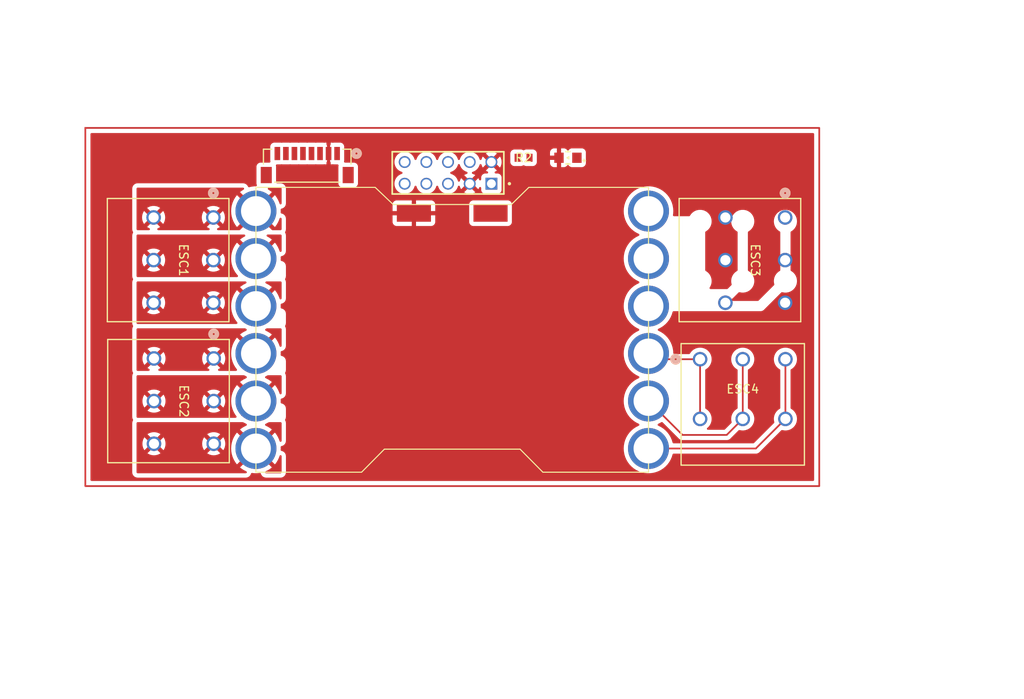
<source format=kicad_pcb>
(kicad_pcb (version 20240108) (generator "pcbnew") (generator_version "8.0")
  (layers (0 "F.Cu" signal) (31 "B.Cu" signal) (34 "B.Paste" user) (35 "F.Paste" user) (36 "B.SilkS" user "B.Silkscreen") (37 "F.SilkS" user "F.Silkscreen") (38 "B.Mask" user) (39 "F.Mask" user) (44 "Edge.Cuts" user))
  (net 0 "")
  (net 1 "ESC1B")
  (net 2 "ESC1A")
  (net 3 "ESC1C")
  (net 4 "ESC2A")
  (net 5 "ESC2C")
  (net 6 "ESC2B")
  (net 7 "ESC3A")
  (net 8 "ESC3B")
  (net 9 "ESC3C")
  (net 10 "ESC4A")
  (net 11 "+12V")
  (net 12 "GND")
  (net 13 "ESC4C")
  (net 14 "ESC4B")
  (net 15 "MTR_3")
  (net 18 "MTR_2")
  (net 19 "MTR_1")
  (net 21 "MTR_4")
  (net 22 "Net-(D1-Pad2)")
  (footprint "footprints:STA_RMCF0603_STP" (layer "F.Cu") (at 166.3515 80.5)
    (property "Reference" "R2" (at 0 0 0) (layer "F.SilkS"))
    (property "Value" "470 Ω")
    (pad "1" smd rect (at -0.6985 0) (size 0.7112 0.9398) (layers "F.Cu" "F.Paste" "F.Mask") (net 11 "+12V"))
    (pad "2" smd rect (at 0.6985 0) (size 0.7112 0.9398) (layers "F.Cu" "F.Paste" "F.Mask") (net 22 "Net-(D1-Pad2)"))
    (zone (net 0) (net_name "") (layer "F.Cu") (connect_pads (clearance 0)) (min_thickness 0.254)
      (keepout (tracks not_allowed) (vias not_allowed) (pads allowed) (copperpour not_allowed) (footprints allowed))
      (fill (thermal_gap 0.508) (thermal_bridge_width 0.508))
      (polygon (pts (xy 166.0594 80.0809) (xy 166.6436 80.0809) (xy 166.6436 80.9191) (xy 166.0594 80.9191)))
    )
  )
  (footprint "KiCADv6:CONN3_1824750000_WED" (layer "F.Cu") (at 130.042801 104.0334 -90)
    (property "Reference" "ESC2" (at 5 3.500001 -90) (layer "F.SilkS"))
    (property "Value" "1824750000" (hide yes))
    (fp_circle (center -2.8613 0) (end -2.4803 0) (stroke (width 0.508)) (fill none) (layer "B.SilkS"))
    (fp_line (start -2.2263 12.422401) (end 12.2263 12.422401) (stroke (width 0.1524)) (layer "F.SilkS"))
    (fp_line (start 12.2263 12.422401) (end 12.2263 -1.826999) (stroke (width 0.1524)) (layer "F.SilkS"))
    (fp_line (start -2.2263 -1.826999) (end -2.2263 12.422401) (stroke (width 0.1524)) (layer "F.SilkS"))
    (fp_line (start 12.2263 -1.826999) (end -2.2263 -1.826999) (stroke (width 0.1524)) (layer "F.SilkS"))
    (fp_circle (center -2.8613 0) (end -2.4803 0) (stroke (width 0.508)) (fill none) (layer "F.SilkS"))
    (pad "1" thru_hole circle (at 0 0 270) (size 1.7018 1.7018) (drill 1.1938) (layers "*.Cu" "*.Mask") (net 4 "ESC2A"))
    (pad "2" thru_hole circle (at 0 7.000001 270) (size 1.7018 1.7018) (drill 1.1938) (layers "*.Cu" "*.Mask") (net 4 "ESC2A"))
    (pad "3" thru_hole circle (at 5 0 270) (size 1.7018 1.7018) (drill 1.1938) (layers "*.Cu" "*.Mask") (net 6 "ESC2B"))
    (pad "4" thru_hole circle (at 5 7.000001 270) (size 1.7018 1.7018) (drill 1.1938) (layers "*.Cu" "*.Mask") (net 6 "ESC2B"))
    (pad "5" thru_hole circle (at 10 0 270) (size 1.7018 1.7018) (drill 1.1938) (layers "*.Cu" "*.Mask") (net 5 "ESC2C"))
    (pad "6" thru_hole circle (at 10 7.000001 270) (size 1.7018 1.7018) (drill 1.1938) (layers "*.Cu" "*.Mask") (net 5 "ESC2C"))
  )
  (footprint "KiCADv6:CONN3_1824750000_WED" (layer "F.Cu") (at 130.000001 87.5 -90)
    (property "Reference" "ESC1" (at 5 3.500001 -90) (layer "F.SilkS"))
    (property "Value" "1824750000" (hide yes))
    (fp_circle (center -2.8613 0) (end -2.4803 0) (stroke (width 0.508)) (fill none) (layer "B.SilkS"))
    (fp_line (start -2.2263 12.422401) (end 12.2263 12.422401) (stroke (width 0.1524)) (layer "F.SilkS"))
    (fp_line (start 12.2263 12.422401) (end 12.2263 -1.826999) (stroke (width 0.1524)) (layer "F.SilkS"))
    (fp_line (start -2.2263 -1.826999) (end -2.2263 12.422401) (stroke (width 0.1524)) (layer "F.SilkS"))
    (fp_line (start 12.2263 -1.826999) (end -2.2263 -1.826999) (stroke (width 0.1524)) (layer "F.SilkS"))
    (fp_circle (center -2.8613 0) (end -2.4803 0) (stroke (width 0.508)) (fill none) (layer "F.SilkS"))
    (pad "1" thru_hole circle (at 0 0 270) (size 1.7018 1.7018) (drill 1.1938) (layers "*.Cu" "*.Mask") (net 2 "ESC1A"))
    (pad "2" thru_hole circle (at 0 7.000001 270) (size 1.7018 1.7018) (drill 1.1938) (layers "*.Cu" "*.Mask") (net 2 "ESC1A"))
    (pad "3" thru_hole circle (at 5 0 270) (size 1.7018 1.7018) (drill 1.1938) (layers "*.Cu" "*.Mask") (net 1 "ESC1B"))
    (pad "4" thru_hole circle (at 5 7.000001 270) (size 1.7018 1.7018) (drill 1.1938) (layers "*.Cu" "*.Mask") (net 1 "ESC1B"))
    (pad "5" thru_hole circle (at 10 0 270) (size 1.7018 1.7018) (drill 1.1938) (layers "*.Cu" "*.Mask") (net 3 "ESC1C"))
    (pad "6" thru_hole circle (at 10 7.000001 270) (size 1.7018 1.7018) (drill 1.1938) (layers "*.Cu" "*.Mask") (net 3 "ESC1C"))
  )
  (footprint "IPS1-105-01-L-D:SAMTEC_IPS1-105-01-L-D" (layer "F.Cu") (at 157.5 82.27)
    (property "Reference" "J2" (hide yes))
    (property "Value" "Power In/Out")
    (fp_line (start -6.54 2.475) (end -6.54 -2.475) (stroke (width 0.2)) (layer "F.SilkS"))
    (fp_line (start 6.54 -2.475) (end -6.54 -2.475) (stroke (width 0.2)) (layer "F.SilkS"))
    (fp_line (start 6.54 -2.475) (end 6.54 2.475) (stroke (width 0.2)) (layer "F.SilkS"))
    (fp_line (start 6.54 2.475) (end -6.54 2.475) (stroke (width 0.2)) (layer "F.SilkS"))
    (fp_circle (center 7.19 1.27) (end 7.29 1.27) (stroke (width 0.2)) (fill none) (layer "F.SilkS"))
    (pad "01" thru_hole rect (at 5.08 1.27) (size 1.39 1.39) (drill 1.04) (layers "*.Cu" "*.Mask") (net 11 "+12V"))
    (pad "02" thru_hole circle (at 5.08 -1.27) (size 1.39 1.39) (drill 1.04) (layers "*.Cu" "*.Mask") (net 12 "GND"))
    (pad "03" thru_hole circle (at 2.54 1.27) (size 1.39 1.39) (drill 1.04) (layers "*.Cu" "*.Mask") (net 12 "GND"))
    (pad "04" thru_hole circle (at 2.54 -1.27) (size 1.39 1.39) (drill 1.04) (layers "*.Cu" "*.Mask") (net 19 "MTR_1"))
    (pad "05" thru_hole circle (at 0 1.27) (size 1.39 1.39) (drill 1.04) (layers "*.Cu" "*.Mask"))
    (pad "06" thru_hole circle (at 0 -1.27) (size 1.39 1.39) (drill 1.04) (layers "*.Cu" "*.Mask") (net 18 "MTR_2"))
    (pad "07" thru_hole circle (at -2.54 1.27) (size 1.39 1.39) (drill 1.04) (layers "*.Cu" "*.Mask"))
    (pad "08" thru_hole circle (at -2.54 -1.27) (size 1.39 1.39) (drill 1.04) (layers "*.Cu" "*.Mask") (net 15 "MTR_3"))
    (pad "09" thru_hole circle (at -5.08 1.27) (size 1.39 1.39) (drill 1.04) (layers "*.Cu" "*.Mask"))
    (pad "10" thru_hole circle (at -5.08 -1.27) (size 1.39 1.39) (drill 1.04) (layers "*.Cu" "*.Mask") (net 21 "MTR_4"))
  )
  (footprint "LUMENIER:LUMENIER" (layer "F.Cu") (at 134.99 117.37)
    (property "Reference" "ESC5" (hide yes))
    (property "Value" "LUMENIER")
    (fp_line (start 0 -33.4) (end 0 0) (stroke (width 0.127)) (layer "F.SilkS"))
    (fp_line (start 0 -33.4) (end 13.97 -33.4) (stroke (width 0.127)) (layer "F.SilkS"))
    (fp_line (start 0 0) (end 12.38 0) (stroke (width 0.127)) (layer "F.SilkS"))
    (fp_line (start 12.38 0) (end 15.05 -2.7) (stroke (width 0.127)) (layer "F.SilkS"))
    (fp_line (start 13.97 -33.4) (end 16.08 -31.39) (stroke (width 0.127)) (layer "F.SilkS"))
    (fp_line (start 15.05 -2.7) (end 16.51 -2.7) (stroke (width 0.127)) (layer "F.SilkS"))
    (fp_line (start 16.08 -31.39) (end 16.77 -31.39) (stroke (width 0.127)) (layer "F.SilkS"))
    (fp_line (start 16.51 -2.7) (end 27.94 -2.7) (stroke (width 0.127)) (layer "F.SilkS"))
    (fp_line (start 16.77 -31.39) (end 20.25 -31.39) (stroke (width 0.127)) (layer "F.SilkS"))
    (fp_line (start 20.25 -31.39) (end 29.93 -31.39) (stroke (width 0.127)) (layer "F.SilkS"))
    (fp_line (start 27.94 -2.7) (end 30.95 -2.7) (stroke (width 0.127)) (layer "F.SilkS"))
    (fp_line (start 29.93 -31.39) (end 31.98 -33.4) (stroke (width 0.127)) (layer "F.SilkS"))
    (fp_line (start 30.95 -2.7) (end 33.62 0) (stroke (width 0.127)) (layer "F.SilkS"))
    (fp_line (start 31.98 -33.4) (end 46 -33.4) (stroke (width 0.127)) (layer "F.SilkS"))
    (fp_line (start 33.62 0) (end 46 0) (stroke (width 0.127)) (layer "F.SilkS"))
    (fp_line (start 46 0) (end 46 -33.4) (stroke (width 0.127)) (layer "F.SilkS"))
    (pad "1" thru_hole circle (at 0 -30.62) (size 4.8 4.8) (drill 3.5) (layers "*.Cu" "*.Mask") (net 2 "ESC1A"))
    (pad "2" thru_hole circle (at 0 -25.05) (size 4.8 4.8) (drill 3.5) (layers "*.Cu" "*.Mask") (net 1 "ESC1B"))
    (pad "3" thru_hole circle (at 0 -19.48) (size 4.8 4.8) (drill 3.5) (layers "*.Cu" "*.Mask") (net 3 "ESC1C"))
    (pad "4" thru_hole circle (at 0 -13.92) (size 4.8 4.8) (drill 3.5) (layers "*.Cu" "*.Mask") (net 4 "ESC2A"))
    (pad "5" thru_hole circle (at 0 -8.35) (size 4.8 4.8) (drill 3.5) (layers "*.Cu" "*.Mask") (net 6 "ESC2B"))
    (pad "6" thru_hole circle (at 0 -2.78) (size 4.8 4.8) (drill 3.5) (layers "*.Cu" "*.Mask") (net 5 "ESC2C"))
    (pad "7" thru_hole circle (at 46 -2.78) (size 4.8 4.8) (drill 3.5) (layers "*.Cu" "*.Mask") (net 13 "ESC4C"))
    (pad "8" thru_hole circle (at 46 -8.35) (size 4.8 4.8) (drill 3.5) (layers "*.Cu" "*.Mask") (net 14 "ESC4B"))
    (pad "9" thru_hole circle (at 46 -13.92) (size 4.8 4.8) (drill 3.5) (layers "*.Cu" "*.Mask") (net 10 "ESC4A"))
    (pad "10" thru_hole circle (at 46 -19.48) (size 4.8 4.8) (drill 3.5) (layers "*.Cu" "*.Mask") (net 9 "ESC3C"))
    (pad "11" thru_hole circle (at 46 -25.05) (size 4.8 4.8) (drill 3.5) (layers "*.Cu" "*.Mask") (net 8 "ESC3B"))
    (pad "12" thru_hole circle (at 46 -30.62) (size 4.8 4.8) (drill 3.5) (layers "*.Cu" "*.Mask") (net 7 "ESC3A"))
    (pad "GND" smd rect (at 18.51 -30.37) (size 4 2) (layers "F.Cu" "F.Paste" "F.Mask") (net 12 "GND"))
    (pad "VIN" smd rect (at 27.49 -30.37) (size 4 2) (layers "F.Cu" "F.Paste" "F.Mask") (net 11 "+12V"))
  )
  (footprint "eye:CONN_BM08B-SRSS-TBLFSN_JST" (layer "F.Cu") (at 141 81.4284)
    (property "Reference" "BM08B-SRSS-TBLFSN1" (hide yes))
    (property "Value" "ESC Port")
    (fp_circle (center 5.7658 -1.4284) (end 6.1468 -1.4284) (stroke (width 0.508)) (fill none) (layer "B.SilkS"))
    (fp_line (start -5.1308 -1.9304) (end -5.1308 -0.188641) (stroke (width 0.1524)) (layer "F.SilkS"))
    (fp_line (start -4.162941 -1.9304) (end -5.1308 -1.9304) (stroke (width 0.1524)) (layer "F.SilkS"))
    (fp_line (start -3.819561 1.9304) (end 3.819561 1.9304) (stroke (width 0.1524)) (layer "F.SilkS"))
    (fp_line (start 5.1308 -1.9304) (end 4.162941 -1.9304) (stroke (width 0.1524)) (layer "F.SilkS"))
    (fp_line (start 5.1308 -0.188641) (end 5.1308 -1.9304) (stroke (width 0.1524)) (layer "F.SilkS"))
    (fp_circle (center 5.7658 -1.4284) (end 6.1468 -1.4284) (stroke (width 0.508)) (fill none) (layer "F.SilkS"))
    (pad "1" smd rect (at 3.500001 -1.4284) (size 0.6604 1.5494) (layers "F.Cu" "F.Paste" "F.Mask"))
    (pad "2" smd rect (at 2.5 -1.4284) (size 0.6604 1.5494) (layers "F.Cu" "F.Paste" "F.Mask") (net 12 "GND"))
    (pad "3" smd rect (at 1.5 -1.4284) (size 0.6604 1.5494) (layers "F.Cu" "F.Paste" "F.Mask"))
    (pad "4" smd rect (at 0.499999 -1.4284) (size 0.6604 1.5494) (layers "F.Cu" "F.Paste" "F.Mask"))
    (pad "5" smd rect (at -0.499999 -1.4284) (size 0.6604 1.5494) (layers "F.Cu" "F.Paste" "F.Mask") (net 19 "MTR_1"))
    (pad "6" smd rect (at -1.5 -1.4284) (size 0.6604 1.5494) (layers "F.Cu" "F.Paste" "F.Mask") (net 18 "MTR_2"))
    (pad "7" smd rect (at -2.5 -1.4284) (size 0.6604 1.5494) (layers "F.Cu" "F.Paste" "F.Mask") (net 15 "MTR_3"))
    (pad "8" smd rect (at -3.500001 -1.4284) (size 0.6604 1.5494) (layers "F.Cu" "F.Paste" "F.Mask") (net 21 "MTR_4"))
    (pad "9" smd rect (at -4.800001 1.096599 90) (size 1.905 1.2954) (layers "F.Cu" "F.Paste" "F.Mask"))
    (pad "10" smd rect (at 4.800001 1.096599 90) (size 1.905 1.2954) (layers "F.Cu" "F.Paste" "F.Mask"))
  )
  (footprint "KiCADv6:CONN3_1824750000_WED" (layer "F.Cu") (at 187.0334 104.122801)
    (property "Reference" "ESC4" (at 5 3.500001 0) (layer "F.SilkS"))
    (property "Value" "1824750000" (hide yes))
    (fp_circle (center -2.8613 0) (end -2.4803 0) (stroke (width 0.508)) (fill none) (layer "B.SilkS"))
    (fp_line (start -2.2263 -1.826999) (end -2.2263 12.422401) (stroke (width 0.1524)) (layer "F.SilkS"))
    (fp_line (start -2.2263 12.422401) (end 12.2263 12.422401) (stroke (width 0.1524)) (layer "F.SilkS"))
    (fp_line (start 12.2263 -1.826999) (end -2.2263 -1.826999) (stroke (width 0.1524)) (layer "F.SilkS"))
    (fp_line (start 12.2263 12.422401) (end 12.2263 -1.826999) (stroke (width 0.1524)) (layer "F.SilkS"))
    (fp_circle (center -2.8613 0) (end -2.4803 0) (stroke (width 0.508)) (fill none) (layer "F.SilkS"))
    (pad "1" thru_hole circle (at 0 0) (size 1.7018 1.7018) (drill 1.1938) (layers "*.Cu" "*.Mask") (net 10 "ESC4A"))
    (pad "2" thru_hole circle (at 0 7.000001) (size 1.7018 1.7018) (drill 1.1938) (layers "*.Cu" "*.Mask") (net 10 "ESC4A"))
    (pad "3" thru_hole circle (at 5 0) (size 1.7018 1.7018) (drill 1.1938) (layers "*.Cu" "*.Mask") (net 14 "ESC4B"))
    (pad "4" thru_hole circle (at 5 7.000001) (size 1.7018 1.7018) (drill 1.1938) (layers "*.Cu" "*.Mask") (net 14 "ESC4B"))
    (pad "5" thru_hole circle (at 10 0) (size 1.7018 1.7018) (drill 1.1938) (layers "*.Cu" "*.Mask") (net 13 "ESC4C"))
    (pad "6" thru_hole circle (at 10 7.000001) (size 1.7018 1.7018) (drill 1.1938) (layers "*.Cu" "*.Mask") (net 13 "ESC4C"))
  )
  (footprint "led:WL-SMCW_0805" (layer "F.Cu") (at 171.55 80.5)
    (property "Reference" "D1" (hide yes))
    (property "Value" "RED LED")
    (fp_line (start -0.213 -0.725) (end 0.219 -0.725) (stroke (width 0.2)) (layer "F.SilkS"))
    (fp_line (start -0.206 0.725) (end 0.212 0.725) (stroke (width 0.2)) (layer "F.SilkS"))
    (fp_line (start -0.13 0) (end 0.11 -0.14) (stroke (width 0.1)) (layer "F.SilkS"))
    (fp_line (start 0.11 -0.14) (end 0.11 0.15) (stroke (width 0.1)) (layer "F.SilkS"))
    (fp_line (start 0.11 0.15) (end -0.13 0) (stroke (width 0.1)) (layer "F.SilkS"))
    (fp_text user "+" (at 1.9 0.3 0) (layer "F.SilkS") (effects (font (size 0.48 0.48))))
    (pad "1" smd rect (at -1.05 0) (size 1.1 1.2) (layers "F.Cu" "F.Paste" "F.Mask") (net 12 "GND"))
    (pad "2" smd rect (at 1.05 0) (size 1.1 1.2) (layers "F.Cu" "F.Paste" "F.Mask") (net 22 "Net-(D1-Pad2)"))
  )
  (footprint "KiCADv6:CONN3_1824750000_WED" (layer "F.Cu") (at 197 87.5 -90)
    (property "Reference" "ESC3" (at 5 3.500001 -90) (layer "F.SilkS"))
    (property "Value" "1824750000" (hide yes))
    (fp_circle (center -2.8613 0) (end -2.4803 0) (stroke (width 0.508)) (fill none) (layer "B.SilkS"))
    (fp_line (start -2.2263 12.422401) (end 12.2263 12.422401) (stroke (width 0.1524)) (layer "F.SilkS"))
    (fp_line (start 12.2263 12.422401) (end 12.2263 -1.826999) (stroke (width 0.1524)) (layer "F.SilkS"))
    (fp_line (start -2.2263 -1.826999) (end -2.2263 12.422401) (stroke (width 0.1524)) (layer "F.SilkS"))
    (fp_line (start 12.2263 -1.826999) (end -2.2263 -1.826999) (stroke (width 0.1524)) (layer "F.SilkS"))
    (fp_circle (center -2.8613 0) (end -2.4803 0) (stroke (width 0.508)) (fill none) (layer "F.SilkS"))
    (pad "1" thru_hole circle (at 0 0 270) (size 1.7018 1.7018) (drill 1.1938) (layers "*.Cu" "*.Mask") (net 7 "ESC3A"))
    (pad "2" thru_hole circle (at 0 7.000001 270) (size 1.7018 1.7018) (drill 1.1938) (layers "*.Cu" "*.Mask") (net 7 "ESC3A"))
    (pad "3" thru_hole circle (at 5 0 270) (size 1.7018 1.7018) (drill 1.1938) (layers "*.Cu" "*.Mask") (net 8 "ESC3B"))
    (pad "4" thru_hole circle (at 5 7.000001 270) (size 1.7018 1.7018) (drill 1.1938) (layers "*.Cu" "*.Mask") (net 8 "ESC3B"))
    (pad "5" thru_hole circle (at 10 0 270) (size 1.7018 1.7018) (drill 1.1938) (layers "*.Cu" "*.Mask") (net 9 "ESC3C"))
    (pad "6" thru_hole circle (at 10 7.000001 270) (size 1.7018 1.7018) (drill 1.1938) (layers "*.Cu" "*.Mask") (net 9 "ESC3C"))
  )
  (gr_rect (start 115 77) (end 201 119) (stroke (width 0.2)) (fill none) (layer "F.Cu") (net 9))
  (segment (start 132.54 101) (end 134.99 103.45) (width 0.2) (layer "F.Cu") (net 4))
  (segment (start 133.97 108) (end 134.99 109.02) (width 0.2) (layer "F.Cu") (net 6))
  (segment (start 133.341202 110.668798) (end 134.99 109.02) (width 0.2) (layer "F.Cu") (net 6))
  (segment (start 182.1972 87.9572) (end 180.99 86.75) (width 0.2) (layer "F.Cu") (net 7))
  (segment (start 187.0334 111.122802) (end 187.0334 104.122801) (width 0.2) (layer "F.Cu") (net 10))
  (segment (start 187.0334 104.122801) (end 181.662801 104.122801) (width 0.2) (layer "F.Cu") (net 10))
  (segment (start 181.662801 104.122801) (end 180.99 103.45) (width 0.2) (layer "F.Cu") (net 10))
  (segment (start 197.0334 104.122801) (end 197.0334 111.122802) (width 0.2) (layer "F.Cu") (net 13))
  (segment (start 197.0334 111.122802) (end 193.566202 114.59) (width 0.2) (layer "F.Cu") (net 13))
  (segment (start 193.566202 114.59) (end 180.99 114.59) (width 0.2) (layer "F.Cu") (net 13))
  (segment (start 192.0334 111.122802) (end 190.156202 113) (width 0.2) (layer "F.Cu") (net 14))
  (segment (start 190.156202 113) (end 184.97 113) (width 0.2) (layer "F.Cu") (net 14))
  (segment (start 192.0334 104.122801) (end 192.0334 111.122802) (width 0.2) (layer "F.Cu") (net 14))
  (segment (start 184.97 113) (end 180.99 109.02) (width 0.2) (layer "F.Cu") (net 14))
  (zone (net 2) (net_name "ESC1A") (layer "F.Cu") (priority 1) (connect_pads (clearance 0.5)) (min_thickness 0.25) (fill yes (thermal_gap 0.5) (thermal_bridge_width 0.5))
    (polygon (pts (xy 121 84) (xy 134 84) (xy 138 84) (xy 138 89.5) (xy 121 89.5)))
  )
  (zone (net 3) (net_name "ESC1C") (layer "F.Cu") (priority 3) (connect_pads (clearance 0.5)) (min_thickness 0.25) (fill yes (thermal_gap 0.5) (thermal_bridge_width 0.5))
    (polygon (pts (xy 121 95) (xy 121 100.5) (xy 138 100.5) (xy 138 95)))
  )
  (zone (net 12) (net_name "GND") (layer "F.Cu") (connect_pads (clearance 0.5)) (min_thickness 0.25) (fill yes (thermal_gap 0.5) (thermal_bridge_width 0.5))
    (polygon (pts (xy 123.5 64.5) (xy 105 63.5) (xy 106 144) (xy 225 142.5) (xy 222 62) (xy 123 64) (xy 122 64)))
  )
  (zone (net 4) (net_name "ESC2A") (layer "F.Cu") (priority 4) (connect_pads (clearance 0.5)) (min_thickness 0.25) (fill yes (thermal_gap 0.5) (thermal_bridge_width 0.5))
    (polygon (pts (xy 121 100.5) (xy 121 106) (xy 138 106) (xy 138 100.5)))
  )
  (zone (net 5) (net_name "ESC2C") (layer "F.Cu") (priority 6) (connect_pads (clearance 0.5)) (min_thickness 0.25) (fill yes (thermal_gap 0.5) (thermal_bridge_width 0.5))
    (polygon (pts (xy 121 111.5) (xy 121 117.5) (xy 138 117.5) (xy 138 111.5)))
  )
  (zone (net 6) (net_name "ESC2B") (layer "F.Cu") (priority 5) (connect_pads (clearance 0.5)) (min_thickness 0.25) (fill yes (thermal_gap 0.5) (thermal_bridge_width 0.5))
    (polygon (pts (xy 121 106) (xy 121 111.5) (xy 138 111.5) (xy 138 106)))
  )
  (zone (net 1) (net_name "ESC1B") (layer "F.Cu") (priority 2) (connect_pads (clearance 0.5)) (min_thickness 0.25) (fill yes (thermal_gap 0.5) (thermal_bridge_width 0.5))
    (polygon (pts (xy 121 89.5) (xy 121 95) (xy 138 95) (xy 138 95) (xy 138 89.5) (xy 134.5 89.5)))
  )
)
</source>
